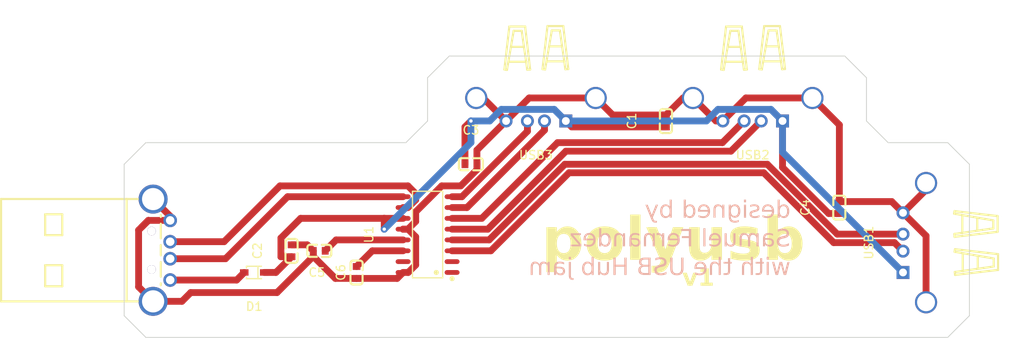
<source format=kicad_pcb>
(kicad_pcb (version 20221018) (generator pcbnew)
  (title_block (title "PolyUSB") (date "2023-12-31") (rev "1"))
  (layers (0 "F.Cu" signal) (31 "B.Cu" signal) (34 "B.Paste" user) (35 "F.Paste" user) (36 "B.SilkS" user "B.Silkscreen") (37 "F.SilkS" user "F.Silkscreen") (38 "B.Mask" user) (39 "F.Mask" user) (44 "Edge.Cuts" user))
  (net 0 "")
  (net 1 "GND")
  (net 2 "VCC")
  (net 3 "Net-(U1-VDD33)")
  (net 4 "Net-(U1-VDD18)")
  (net 5 "Net-(D1-A)")
  (net 8 "Net-(U1-DM3)")
  (net 9 "Net-(U1-DP3)")
  (net 10 "Net-(U1-DM2)")
  (net 11 "Net-(U1-DP2)")
  (net 12 "Net-(U1-DM1)")
  (net 13 "Net-(U1-DP1)")
  (net 15 "Net-(U1-DP)")
  (net 16 "Net-(U1-DM)")
  (footprint "easyeda2kicad:C0603" (layer "F.Cu") (at 198.12 99.06 90)
    (fp_text reference "C4" (at 0 -4 90) (layer "F.SilkS"))
    (fp_text value "CL10A106KP8NNNC" hide)
    (fp_line (start -1.41 -0.41) (end -1.41 0.39) (stroke (width 0.25)) (layer "F.SilkS"))
    (fp_line (start -0.3 -0.72) (end -1.1 -0.72) (stroke (width 0.25)) (layer "F.SilkS"))
    (fp_line (start -0.3 0.7) (end -1.1 0.7) (stroke (width 0.25)) (layer "F.SilkS"))
    (fp_line (start 0.28 -0.71) (end 1.08 -0.71) (stroke (width 0.25)) (layer "F.SilkS"))
    (fp_line (start 0.28 0.71) (end 1.08 0.71) (stroke (width 0.25)) (layer "F.SilkS"))
    (fp_line (start 1.39 -0.4) (end 1.39 0.4) (stroke (width 0.25)) (layer "F.SilkS"))
    (fp_arc (start -1.41 -0.41) (mid -1.319203 -0.629203) (end -1.1 -0.72) (stroke (width 0.25)) (layer "F.SilkS"))
    (fp_arc (start -1.1 0.7) (mid -1.319203 0.609203) (end -1.41 0.39) (stroke (width 0.25)) (layer "F.SilkS"))
    (fp_arc (start 1.08 -0.71) (mid 1.299203 -0.619203) (end 1.39 -0.4) (stroke (width 0.25)) (layer "F.SilkS"))
    (fp_arc (start 1.39 0.4) (mid 1.299203 0.619203) (end 1.08 0.71) (stroke (width 0.25)) (layer "F.SilkS"))
    (pad "1" smd rect (at -0.7 0 90) (size 0.8 0.9) (layers "F.Cu" "F.Paste" "F.Mask") (net 2 "VCC"))
    (pad "2" smd rect (at 0.7 0 90) (size 0.8 0.9) (layers "F.Cu" "F.Paste" "F.Mask") (net 1 "GND"))
  )
  (footprint "easyeda2kicad:USB-A-TH_C46407" (layer "F.Cu") (at 187.96 87.55 180)
    (fp_text reference "USB2" (at 0 -5.35) (layer "F.SilkS"))
    (fp_text value "USB-AF-90-14.4X13.6-H7.0-DIP" hide)
    (fp_line (start -3.79 4.75) (end -3.2 9.79) (stroke (width 0.25)) (layer "F.SilkS"))
    (fp_line (start -3.45 4.72) (end -3.79 4.75) (stroke (width 0.25)) (layer "F.SilkS"))
    (fp_line (start -3.36 5.65) (end -1.27 5.65) (stroke (width 0.25)) (layer "F.SilkS"))
    (fp_line (start -3.2 9.79) (end -1.35 9.79) (stroke (width 0.25)) (layer "F.SilkS"))
    (fp_line (start -3.03 7.41) (end -1.58 7.41) (stroke (width 0.25)) (layer "F.SilkS"))
    (fp_line (start -2.8 9.28) (end -3.45 4.72) (stroke (width 0.25)) (layer "F.SilkS"))
    (fp_line (start -1.86 9.28) (end -2.8 9.28) (stroke (width 0.25)) (layer "F.SilkS"))
    (fp_line (start -1.35 9.79) (end -0.77 4.74) (stroke (width 0.25)) (layer "F.SilkS"))
    (fp_line (start -1.07 4.69) (end -1.86 9.28) (stroke (width 0.25)) (layer "F.SilkS"))
    (fp_line (start -0.77 4.74) (end -1.07 4.69) (stroke (width 0.25)) (layer "F.SilkS"))
    (fp_line (start 0.68 4.69) (end 1.02 4.67) (stroke (width 0.25)) (layer "F.SilkS"))
    (fp_line (start 1.02 4.67) (end 1.67 9.23) (stroke (width 0.25)) (layer "F.SilkS"))
    (fp_line (start 1.11 5.6) (end 3.2 5.6) (stroke (width 0.25)) (layer "F.SilkS"))
    (fp_line (start 1.27 9.74) (end 0.68 4.69) (stroke (width 0.25)) (layer "F.SilkS"))
    (fp_line (start 1.44 7.35) (end 2.89 7.35) (stroke (width 0.25)) (layer "F.SilkS"))
    (fp_line (start 1.67 9.23) (end 2.61 9.23) (stroke (width 0.25)) (layer "F.SilkS"))
    (fp_line (start 2.61 9.23) (end 3.4 4.64) (stroke (width 0.25)) (layer "F.SilkS"))
    (fp_line (start 3.12 9.74) (end 1.27 9.74) (stroke (width 0.25)) (layer "F.SilkS"))
    (fp_line (start 3.4 4.64) (end 3.7 4.69) (stroke (width 0.25)) (layer "F.SilkS"))
    (fp_line (start 3.7 4.69) (end 3.12 9.74) (stroke (width 0.25)) (layer "F.SilkS"))
    (pad "1" thru_hole rect (at -3.5 -1.35 180) (size 1.52 1.52) (drill 0.919988) (layers "*.Cu" "*.Mask") (net 2 "VCC"))
    (pad "2" thru_hole circle (at -1 -1.35 180) (size 1.52 1.52) (drill 0.919988) (layers "*.Cu" "*.Mask") (net 10 "Net-(U1-DM2)"))
    (pad "3" thru_hole circle (at 1 -1.35 180) (size 1.52 1.52) (drill 0.919988) (layers "*.Cu" "*.Mask") (net 11 "Net-(U1-DP2)"))
    (pad "4" thru_hole circle (at 3.5 -1.35 180) (size 1.52 1.52) (drill 0.919988) (layers "*.Cu" "*.Mask") (net 1 "GND"))
    (pad "5" thru_hole circle (at 7 1.35 180) (size 2.6 2.6) (drill 2.100021) (layers "*.Cu" "*.Mask") (net 1 "GND"))
    (pad "6" thru_hole circle (at -7 1.35 180) (size 2.6 2.6) (drill 2.100021) (layers "*.Cu" "*.Mask") (net 1 "GND"))
  )
  (footprint "easyeda2kicad:USB-A-TH_C46407" (layer "F.Cu") (at 162.56 87.55 180)
    (fp_text reference "USB3" (at 0 -5.35) (layer "F.SilkS"))
    (fp_text value "USB-AF-90-14.4X13.6-H7.0-DIP" hide)
    (fp_line (start -3.79 4.75) (end -3.2 9.79) (stroke (width 0.25)) (layer "F.SilkS"))
    (fp_line (start -3.45 4.72) (end -3.79 4.75) (stroke (width 0.25)) (layer "F.SilkS"))
    (fp_line (start -3.36 5.65) (end -1.27 5.65) (stroke (width 0.25)) (layer "F.SilkS"))
    (fp_line (start -3.2 9.79) (end -1.35 9.79) (stroke (width 0.25)) (layer "F.SilkS"))
    (fp_line (start -3.03 7.41) (end -1.58 7.41) (stroke (width 0.25)) (layer "F.SilkS"))
    (fp_line (start -2.8 9.28) (end -3.45 4.72) (stroke (width 0.25)) (layer "F.SilkS"))
    (fp_line (start -1.86 9.28) (end -2.8 9.28) (stroke (width 0.25)) (layer "F.SilkS"))
    (fp_line (start -1.35 9.79) (end -0.77 4.74) (stroke (width 0.25)) (layer "F.SilkS"))
    (fp_line (start -1.07 4.69) (end -1.86 9.28) (stroke (width 0.25)) (layer "F.SilkS"))
    (fp_line (start -0.77 4.74) (end -1.07 4.69) (stroke (width 0.25)) (layer "F.SilkS"))
    (fp_line (start 0.68 4.69) (end 1.02 4.67) (stroke (width 0.25)) (layer "F.SilkS"))
    (fp_line (start 1.02 4.67) (end 1.67 9.23) (stroke (width 0.25)) (layer "F.SilkS"))
    (fp_line (start 1.11 5.6) (end 3.2 5.6) (stroke (width 0.25)) (layer "F.SilkS"))
    (fp_line (start 1.27 9.74) (end 0.68 4.69) (stroke (width 0.25)) (layer "F.SilkS"))
    (fp_line (start 1.44 7.35) (end 2.89 7.35) (stroke (width 0.25)) (layer "F.SilkS"))
    (fp_line (start 1.67 9.23) (end 2.61 9.23) (stroke (width 0.25)) (layer "F.SilkS"))
    (fp_line (start 2.61 9.23) (end 3.4 4.64) (stroke (width 0.25)) (layer "F.SilkS"))
    (fp_line (start 3.12 9.74) (end 1.27 9.74) (stroke (width 0.25)) (layer "F.SilkS"))
    (fp_line (start 3.4 4.64) (end 3.7 4.69) (stroke (width 0.25)) (layer "F.SilkS"))
    (fp_line (start 3.7 4.69) (end 3.12 9.74) (stroke (width 0.25)) (layer "F.SilkS"))
    (pad "1" thru_hole rect (at -3.5 -1.35 180) (size 1.52 1.52) (drill 0.919988) (layers "*.Cu" "*.Mask") (net 2 "VCC"))
    (pad "2" thru_hole circle (at -1 -1.35 180) (size 1.52 1.52) (drill 0.919988) (layers "*.Cu" "*.Mask") (net 12 "Net-(U1-DM1)"))
    (pad "3" thru_hole circle (at 1 -1.35 180) (size 1.52 1.52) (drill 0.919988) (layers "*.Cu" "*.Mask") (net 13 "Net-(U1-DP1)"))
    (pad "4" thru_hole circle (at 3.5 -1.35 180) (size 1.52 1.52) (drill 0.919988) (layers "*.Cu" "*.Mask") (net 1 "GND"))
    (pad "5" thru_hole circle (at 7 1.35 180) (size 2.6 2.6) (drill 2.100021) (layers "*.Cu" "*.Mask") (net 1 "GND"))
    (pad "6" thru_hole circle (at -7 1.35 180) (size 2.6 2.6) (drill 2.100021) (layers "*.Cu" "*.Mask") (net 1 "GND"))
  )
  (footprint "easyeda2kicad:C0603" (layer "F.Cu") (at 141.54 106.68 90)
    (fp_text reference "C6" (at 0 -1.84 90) (layer "F.SilkS"))
    (fp_text value "CL10A106KP8NNNC" hide)
    (fp_line (start -1.41 -0.41) (end -1.41 0.39) (stroke (width 0.25)) (layer "F.SilkS"))
    (fp_line (start -0.3 -0.72) (end -1.1 -0.72) (stroke (width 0.25)) (layer "F.SilkS"))
    (fp_line (start -0.3 0.7) (end -1.1 0.7) (stroke (width 0.25)) (layer "F.SilkS"))
    (fp_line (start 0.28 -0.71) (end 1.08 -0.71) (stroke (width 0.25)) (layer "F.SilkS"))
    (fp_line (start 0.28 0.71) (end 1.08 0.71) (stroke (width 0.25)) (layer "F.SilkS"))
    (fp_line (start 1.39 -0.4) (end 1.39 0.4) (stroke (width 0.25)) (layer "F.SilkS"))
    (fp_arc (start -1.41 -0.41) (mid -1.319203 -0.629203) (end -1.1 -0.72) (stroke (width 0.25)) (layer "F.SilkS"))
    (fp_arc (start -1.1 0.7) (mid -1.319203 0.609203) (end -1.41 0.39) (stroke (width 0.25)) (layer "F.SilkS"))
    (fp_arc (start 1.08 -0.71) (mid 1.299203 -0.619203) (end 1.39 -0.4) (stroke (width 0.25)) (layer "F.SilkS"))
    (fp_arc (start 1.39 0.4) (mid 1.299203 0.619203) (end 1.08 0.71) (stroke (width 0.25)) (layer "F.SilkS"))
    (pad "1" smd rect (at -0.7 0 90) (size 0.8 0.9) (layers "F.Cu" "F.Paste" "F.Mask") (net 1 "GND"))
    (pad "2" smd rect (at 0.7 0 90) (size 0.8 0.9) (layers "F.Cu" "F.Paste" "F.Mask") (net 4 "Net-(U1-VDD18)"))
  )
  (footprint "easyeda2kicad:USB-A-TH_C46407" (layer "F.Cu") (at 206.93 103.18 90)
    (fp_text reference "USB1" (at 0 -5.35 90) (layer "F.SilkS"))
    (fp_text value "USB-AF-90-14.4X13.6-H7.0-DIP" hide)
    (fp_line (start -3.79 4.75) (end -3.2 9.79) (stroke (width 0.25)) (layer "F.SilkS"))
    (fp_line (start -3.45 4.72) (end -3.79 4.75) (stroke (width 0.25)) (layer "F.SilkS"))
    (fp_line (start -3.36 5.65) (end -1.27 5.65) (stroke (width 0.25)) (layer "F.SilkS"))
    (fp_line (start -3.2 9.79) (end -1.35 9.79) (stroke (width 0.25)) (layer "F.SilkS"))
    (fp_line (start -3.03 7.41) (end -1.58 7.41) (stroke (width 0.25)) (layer "F.SilkS"))
    (fp_line (start -2.8 9.28) (end -3.45 4.72) (stroke (width 0.25)) (layer "F.SilkS"))
    (fp_line (start -1.86 9.28) (end -2.8 9.28) (stroke (width 0.25)) (layer "F.SilkS"))
    (fp_line (start -1.35 9.79) (end -0.77 4.74) (stroke (width 0.25)) (layer "F.SilkS"))
    (fp_line (start -1.07 4.69) (end -1.86 9.28) (stroke (width 0.25)) (layer "F.SilkS"))
    (fp_line (start -0.77 4.74) (end -1.07 4.69) (stroke (width 0.25)) (layer "F.SilkS"))
    (fp_line (start 0.68 4.69) (end 1.02 4.67) (stroke (width 0.25)) (layer "F.SilkS"))
    (fp_line (start 1.02 4.67) (end 1.67 9.23) (stroke (width 0.25)) (layer "F.SilkS"))
    (fp_line (start 1.11 5.6) (end 3.2 5.6) (stroke (width 0.25)) (layer "F.SilkS"))
    (fp_line (start 1.27 9.74) (end 0.68 4.69) (stroke (width 0.25)) (layer "F.SilkS"))
    (fp_line (start 1.44 7.35) (end 2.89 7.35) (stroke (width 0.25)) (layer "F.SilkS"))
    (fp_line (start 1.67 9.23) (end 2.61 9.23) (stroke (width 0.25)) (layer "F.SilkS"))
    (fp_line (start 2.61 9.23) (end 3.4 4.64) (stroke (width 0.25)) (layer "F.SilkS"))
    (fp_line (start 3.12 9.74) (end 1.27 9.74) (stroke (width 0.25)) (layer "F.SilkS"))
    (fp_line (start 3.4 4.64) (end 3.7 4.69) (stroke (width 0.25)) (layer "F.SilkS"))
    (fp_line (start 3.7 4.69) (end 3.12 9.74) (stroke (width 0.25)) (layer "F.SilkS"))
    (pad "1" thru_hole rect (at -3.5 -1.35 90) (size 1.52 1.52) (drill 0.919988) (layers "*.Cu" "*.Mask") (net 2 "VCC"))
    (pad "2" thru_hole circle (at -1 -1.35 90) (size 1.52 1.52) (drill 0.919988) (layers "*.Cu" "*.Mask") (net 8 "Net-(U1-DM3)"))
    (pad "3" thru_hole circle (at 1 -1.35 90) (size 1.52 1.52) (drill 0.919988) (layers "*.Cu" "*.Mask") (net 9 "Net-(U1-DP3)"))
    (pad "4" thru_hole circle (at 3.5 -1.35 90) (size 1.52 1.52) (drill 0.919988) (layers "*.Cu" "*.Mask") (net 1 "GND"))
    (pad "5" thru_hole circle (at 7 1.35 90) (size 2.6 2.6) (drill 2.100021) (layers "*.Cu" "*.Mask") (net 1 "GND"))
    (pad "6" thru_hole circle (at -7 1.35 90) (size 2.6 2.6) (drill 2.100021) (layers "*.Cu" "*.Mask") (net 1 "GND"))
  )
  (footprint "easyeda2kicad:C0603" (layer "F.Cu") (at 177.8 88.9 90)
    (fp_text reference "C1" (at 0 -4 90) (layer "F.SilkS"))
    (fp_text value "CL10A106KP8NNNC" hide)
    (fp_line (start -1.41 -0.41) (end -1.41 0.39) (stroke (width 0.25)) (layer "F.SilkS"))
    (fp_line (start -0.3 -0.72) (end -1.1 -0.72) (stroke (width 0.25)) (layer "F.SilkS"))
    (fp_line (start -0.3 0.7) (end -1.1 0.7) (stroke (width 0.25)) (layer "F.SilkS"))
    (fp_line (start 0.28 -0.71) (end 1.08 -0.71) (stroke (width 0.25)) (layer "F.SilkS"))
    (fp_line (start 0.28 0.71) (end 1.08 0.71) (stroke (width 0.25)) (layer "F.SilkS"))
    (fp_line (start 1.39 -0.4) (end 1.39 0.4) (stroke (width 0.25)) (layer "F.SilkS"))
    (fp_arc (start -1.41 -0.41) (mid -1.319203 -0.629203) (end -1.1 -0.72) (stroke (width 0.25)) (layer "F.SilkS"))
    (fp_arc (start -1.1 0.7) (mid -1.319203 0.609203) (end -1.41 0.39) (stroke (width 0.25)) (layer "F.SilkS"))
    (fp_arc (start 1.08 -0.71) (mid 1.299203 -0.619203) (end 1.39 -0.4) (stroke (width 0.25)) (layer "F.SilkS"))
    (fp_arc (start 1.39 0.4) (mid 1.299203 0.619203) (end 1.08 0.71) (stroke (width 0.25)) (layer "F.SilkS"))
    (pad "1" smd rect (at -0.7 0 90) (size 0.8 0.9) (layers "F.Cu" "F.Paste" "F.Mask") (net 2 "VCC"))
    (pad "2" smd rect (at 0.7 0 90) (size 0.8 0.9) (layers "F.Cu" "F.Paste" "F.Mask") (net 1 "GND"))
  )
  (footprint "easyeda2kicad:SOP-16_L10.0-W3.9-P1.27-LS6.0-BL" (layer "F.Cu") (at 149.86 102.23 90)
    (fp_text reference "U1" (at 0 -6.87 90) (layer "F.SilkS"))
    (fp_text value "SL2.1A" hide)
    (fp_line (start -5.08 -1.77) (end 5.08 -1.77) (stroke (width 0.15)) (layer "F.SilkS"))
    (fp_line (start -5.08 1.77) (end -5.08 -1.77) (stroke (width 0.15)) (layer "F.SilkS"))
    (fp_line (start 5.08 -1.77) (end 5.08 1.77) (stroke (width 0.15)) (layer "F.SilkS"))
    (fp_line (start 5.08 1.77) (end -5.08 1.77) (stroke (width 0.15)) (layer "F.SilkS"))
    (fp_circle (center -5.18 2.87) (end -5.03 2.87) (stroke (width 0.3)) (fill none) (layer "F.SilkS"))
    (fp_circle (center -4.45 1.02) (end -4.3 1.02) (stroke (width 0.3)) (fill none) (layer "F.SilkS"))
    (pad "1" smd oval (at -4.45 2.87 90) (size 0.56 1.75) (layers "F.Cu" "F.Paste" "F.Mask"))
    (pad "2" smd oval (at -3.18 2.87 90) (size 0.56 1.75) (layers "F.Cu" "F.Paste" "F.Mask"))
    (pad "3" smd oval (at -1.91 2.87 90) (size 0.56 1.75) (layers "F.Cu" "F.Paste" "F.Mask") (net 8 "Net-(U1-DM3)"))
    (pad "4" smd oval (at -0.63 2.87 90) (size 0.56 1.75) (layers "F.Cu" "F.Paste" "F.Mask") (net 9 "Net-(U1-DP3)"))
    (pad "5" smd oval (at 0.63 2.87 90) (size 0.56 1.75) (layers "F.Cu" "F.Paste" "F.Mask") (net 10 "Net-(U1-DM2)"))
    (pad "6" smd oval (at 1.9 2.87 90) (size 0.56 1.75) (layers "F.Cu" "F.Paste" "F.Mask") (net 11 "Net-(U1-DP2)"))
    (pad "7" smd oval (at 3.17 2.87 90) (size 0.56 1.75) (layers "F.Cu" "F.Paste" "F.Mask") (net 12 "Net-(U1-DM1)"))
    (pad "8" smd oval (at 4.44 2.87 90) (size 0.56 1.75) (layers "F.Cu" "F.Paste" "F.Mask") (net 13 "Net-(U1-DP1)"))
    (pad "9" smd oval (at 4.44 -2.87 90) (size 0.56 1.75) (layers "F.Cu" "F.Paste" "F.Mask") (net 16 "Net-(U1-DM)"))
    (pad "10" smd oval (at 3.17 -2.87 90) (size 0.56 1.75) (layers "F.Cu" "F.Paste" "F.Mask") (net 15 "Net-(U1-DP)"))
    (pad "11" smd oval (at 1.9 -2.87 90) (size 0.56 1.75) (layers "F.Cu" "F.Paste" "F.Mask") (net 2 "VCC"))
    (pad "12" smd oval (at 0.63 -2.87 90) (size 0.56 1.75) (layers "F.Cu" "F.Paste" "F.Mask") (net 1 "GND"))
    (pad "13" smd oval (at -0.63 -2.87 90) (size 0.56 1.75) (layers "F.Cu" "F.Paste" "F.Mask") (net 3 "Net-(U1-VDD33)"))
    (pad "14" smd oval (at -1.91 -2.87 90) (size 0.56 1.75) (layers "F.Cu" "F.Paste" "F.Mask") (net 4 "Net-(U1-VDD18)"))
    (pad "15" smd oval (at -3.18 -2.87 90) (size 0.56 1.75) (layers "F.Cu" "F.Paste" "F.Mask"))
    (pad "16" smd oval (at -4.45 -2.87 90) (size 0.56 1.75) (layers "F.Cu" "F.Paste" "F.Mask") (net 1 "GND"))
  )
  (footprint "easyeda2kicad:USB-AM-TH_AM90" (layer "F.Cu") (at 118.69 104.07 -90)
    (fp_text reference "USB-MAIN1" hide)
    (fp_text value "AM90")
    (fp_line (start -6.01 4.1) (end 6 4.1) (stroke (width 0.25)) (layer "F.SilkS"))
    (fp_line (start -6.01 18.82) (end -6.01 2.79) (stroke (width 0.25)) (layer "F.SilkS"))
    (fp_line (start -4.22 11.65) (end -1.77 11.65) (stroke (width 0.25)) (layer "F.SilkS"))
    (fp_line (start -4.22 13.65) (end -4.22 11.65) (stroke (width 0.25)) (layer "F.SilkS"))
    (fp_line (start -4.12 0.1) (end -3.9 0.1) (stroke (width 0.25)) (layer "F.SilkS"))
    (fp_line (start -3.11 0.1) (end -1.4 0.1) (stroke (width 0.25)) (layer "F.SilkS"))
    (fp_line (start -1.77 13.65) (end -4.22 13.65) (stroke (width 0.25)) (layer "F.SilkS"))
    (fp_line (start -1.77 13.65) (end -1.77 11.65) (stroke (width 0.25)) (layer "F.SilkS"))
    (fp_line (start -0.61 0.1) (end 0.6 0.1) (stroke (width 0.25)) (layer "F.SilkS"))
    (fp_line (start 1.39 0.1) (end 3.1 0.1) (stroke (width 0.25)) (layer "F.SilkS"))
    (fp_line (start 1.76 13.65) (end 1.76 11.65) (stroke (width 0.25)) (layer "F.SilkS"))
    (fp_line (start 1.76 13.65) (end 4.23 13.65) (stroke (width 0.25)) (layer "F.SilkS"))
    (fp_line (start 3.89 0.1) (end 4.11 0.1) (stroke (width 0.25)) (layer "F.SilkS"))
    (fp_line (start 4.23 11.65) (end 1.76 11.65) (stroke (width 0.25)) (layer "F.SilkS"))
    (fp_line (start 4.23 13.65) (end 4.23 11.65) (stroke (width 0.25)) (layer "F.SilkS"))
    (fp_line (start 6 18.82) (end -6.01 18.82) (stroke (width 0.25)) (layer "F.SilkS"))
    (fp_line (start 6 18.82) (end 6 2.8) (stroke (width 0.25)) (layer "F.SilkS"))
    (pad "" thru_hole circle (at -2.25 1.18 270) (size 1 1) (drill 1) (layers "*.Cu" "*.Mask"))
    (pad "" thru_hole circle (at 2.25 1.18 270) (size 1 1) (drill 1) (layers "*.Cu" "*.Mask"))
    (pad "1" thru_hole circle (at 3.5 -1 180) (size 1.6 1.6) (drill 0.999998) (layers "*.Cu" "*.Mask") (net 5 "Net-(D1-A)"))
    (pad "2" thru_hole circle (at 1 -1 180) (size 1.6 1.6) (drill 0.999998) (layers "*.Cu" "*.Mask") (net 16 "Net-(U1-DM)"))
    (pad "3" thru_hole circle (at -1 -1 180) (size 1.6 1.6) (drill 0.999998) (layers "*.Cu" "*.Mask") (net 15 "Net-(U1-DP)"))
    (pad "4" thru_hole circle (at -3.5 -1 180) (size 1.6 1.6) (drill 0.999998) (layers "*.Cu" "*.Mask") (net 1 "GND"))
    (pad "MH1" thru_hole circle (at 6 1 180) (size 3.4 3.4) (drill 2.599995) (layers "*.Cu" "*.Mask") (net 1 "GND"))
    (pad "MH2" thru_hole circle (at -6 1 180) (size 3.4 3.4) (drill 2.599995) (layers "*.Cu" "*.Mask") (net 1 "GND"))
  )
  (footprint "easyeda2kicad:C0603" (layer "F.Cu") (at 133.92 104.14 90)
    (fp_text reference "C2" (at 0 -4 90) (layer "F.SilkS"))
    (fp_text value "CL10A106KP8NNNC" hide)
    (fp_line (start -1.41 -0.41) (end -1.41 0.39) (stroke (width 0.25)) (layer "F.SilkS"))
    (fp_line (start -0.3 -0.72) (end -1.1 -0.72) (stroke (width 0.25)) (layer "F.SilkS"))
    (fp_line (start -0.3 0.7) (end -1.1 0.7) (stroke (width 0.25)) (layer "F.SilkS"))
    (fp_line (start 0.28 -0.71) (end 1.08 -0.71) (stroke (width 0.25)) (layer "F.SilkS"))
    (fp_line (start 0.28 0.71) (end 1.08 0.71) (stroke (width 0.25)) (layer "F.SilkS"))
    (fp_line (start 1.39 -0.4) (end 1.39 0.4) (stroke (width 0.25)) (layer "F.SilkS"))
    (fp_arc (start -1.41 -0.41) (mid -1.319203 -0.629203) (end -1.1 -0.72) (stroke (width 0.25)) (layer "F.SilkS"))
    (fp_arc (start -1.1 0.7) (mid -1.319203 0.609203) (end -1.41 0.39) (stroke (width 0.25)) (layer "F.SilkS"))
    (fp_arc (start 1.08 -0.71) (mid 1.299203 -0.619203) (end 1.39 -0.4) (stroke (width 0.25)) (layer "F.SilkS"))
    (fp_arc (start 1.39 0.4) (mid 1.299203 0.619203) (end 1.08 0.71) (stroke (width 0.25)) (layer "F.SilkS"))
    (pad "1" smd rect (at -0.7 0 90) (size 0.8 0.9) (layers "F.Cu" "F.Paste" "F.Mask") (net 2 "VCC"))
    (pad "2" smd rect (at 0.7 0 90) (size 0.8 0.9) (layers "F.Cu" "F.Paste" "F.Mask") (net 1 "GND"))
  )
  (footprint "easyeda2kicad:SOD-323_L1.8-W1.3-LS2.5-RD" (layer "F.Cu") (at 129.54 106.68 180)
    (fp_text reference "D1" (at 0 -4) (layer "F.SilkS"))
    (fp_text value "NSR0320MW2T1G" hide)
    (fp_line (start -0.85 -0.73) (end 0.91 -0.73) (stroke (width 0.15)) (layer "F.SilkS"))
    (fp_line (start -0.85 0.73) (end 0.91 0.73) (stroke (width 0.15)) (layer "F.SilkS"))
    (fp_line (start -0.44 -0.73) (end -0.44 0.73) (stroke (width 0.15)) (layer "F.SilkS"))
    (fp_line (start 0.91 -0.73) (end 0.91 -0.53) (stroke (width 0.15)) (layer "F.SilkS"))
    (fp_line (start 0.91 0.73) (end 0.91 0.52) (stroke (width 0.15)) (layer "F.SilkS"))
    (pad "1" smd rect (at -1.17 0 180) (size 1 0.75) (layers "F.Cu" "F.Paste" "F.Mask") (net 2 "VCC"))
    (pad "2" smd rect (at 1.17 0 180) (size 1 0.75) (layers "F.Cu" "F.Paste" "F.Mask") (net 5 "Net-(D1-A)"))
  )
  (footprint "easyeda2kicad:C0603" (layer "F.Cu") (at 154.94 93.98)
    (fp_text reference "C3" (at 0 -4) (layer "F.SilkS"))
    (fp_text value "CL10A106KP8NNNC" hide)
    (fp_line (start -1.41 -0.41) (end -1.41 0.39) (stroke (width 0.25)) (layer "F.SilkS"))
    (fp_line (start -0.3 -0.72) (end -1.1 -0.72) (stroke (width 0.25)) (layer "F.SilkS"))
    (fp_line (start -0.3 0.7) (end -1.1 0.7) (stroke (width 0.25)) (layer "F.SilkS"))
    (fp_line (start 0.28 -0.71) (end 1.08 -0.71) (stroke (width 0.25)) (layer "F.SilkS"))
    (fp_line (start 0.28 0.71) (end 1.08 0.71) (stroke (width 0.25)) (layer "F.SilkS"))
    (fp_line (start 1.39 -0.4) (end 1.39 0.4) (stroke (width 0.25)) (layer "F.SilkS"))
    (fp_arc (start -1.41 -0.41) (mid -1.319203 -0.629203) (end -1.1 -0.72) (stroke (width 0.25)) (layer "F.SilkS"))
    (fp_arc (start -1.1 0.7) (mid -1.319203 0.609203) (end -1.41 0.39) (stroke (width 0.25)) (layer "F.SilkS"))
    (fp_arc (start 1.08 -0.71) (mid 1.299203 -0.619203) (end 1.39 -0.4) (stroke (width 0.25)) (layer "F.SilkS"))
    (fp_arc (start 1.39 0.4) (mid 1.299203 0.619203) (end 1.08 0.71) (stroke (width 0.25)) (layer "F.SilkS"))
    (pad "1" smd rect (at -0.7 0) (size 0.8 0.9) (layers "F.Cu" "F.Paste" "F.Mask") (net 2 "VCC"))
    (pad "2" smd rect (at 0.7 0) (size 0.8 0.9) (layers "F.Cu" "F.Paste" "F.Mask") (net 1 "GND"))
  )
  (footprint "easyeda2kicad:C0603" (layer "F.Cu") (at 137.16 104.14 180)
    (fp_text reference "C5" (at 0.28 -2.54) (layer "F.SilkS"))
    (fp_text value "CL10A106KP8NNNC" hide)
    (fp_line (start -1.41 -0.41) (end -1.41 0.39) (stroke (width 0.25)) (layer "F.SilkS"))
    (fp_line (start -0.3 -0.72) (end -1.1 -0.72) (stroke (width 0.25)) (layer "F.SilkS"))
    (fp_line (start -0.3 0.7) (end -1.1 0.7) (stroke (width 0.25)) (layer "F.SilkS"))
    (fp_line (start 0.28 -0.71) (end 1.08 -0.71) (stroke (width 0.25)) (layer "F.SilkS"))
    (fp_line (start 0.28 0.71) (end 1.08 0.71) (stroke (width 0.25)) (layer "F.SilkS"))
    (fp_line (start 1.39 -0.4) (end 1.39 0.4) (stroke (width 0.25)) (layer "F.SilkS"))
    (fp_arc (start -1.41 -0.41) (mid -1.319203 -0.629203) (end -1.1 -0.72) (stroke (width 0.25)) (layer "F.SilkS"))
    (fp_arc (start -1.1 0.7) (mid -1.319203 0.609203) (end -1.41 0.39) (stroke (width 0.25)) (layer "F.SilkS"))
    (fp_arc (start 1.08 -0.71) (mid 1.299203 -0.619203) (end 1.39 -0.4) (stroke (width 0.25)) (layer "F.SilkS"))
    (fp_arc (start 1.39 0.4) (mid 1.299203 0.619203) (end 1.08 0.71) (stroke (width 0.25)) (layer "F.SilkS"))
    (pad "1" smd rect (at -0.7 0 180) (size 0.8 0.9) (layers "F.Cu" "F.Paste" "F.Mask") (net 3 "Net-(U1-VDD33)"))
    (pad "2" smd rect (at 0.7 0 180) (size 0.8 0.9) (layers "F.Cu" "F.Paste" "F.Mask") (net 1 "GND"))
  )
  (gr_line (start 213.36 111.76) (end 213.36 93.98) (stroke (width 0.1)) (layer "Edge.Cuts"))
  (gr_line (start 149.86 83.82) (end 149.86 88.9) (stroke (width 0.1)) (layer "Edge.Cuts"))
  (gr_line (start 116.84 114.3) (end 114.3 111.76) (stroke (width 0.1)) (layer "Edge.Cuts"))
  (gr_line (start 201.295 83.82) (end 198.755 81.28) (stroke (width 0.1)) (layer "Edge.Cuts"))
  (gr_line (start 116.84 114.3) (end 116.84 114.3) (stroke (width 0.1)) (layer "Edge.Cuts"))
  (gr_line (start 116.84 91.44) (end 114.3 93.98) (stroke (width 0.1)) (layer "Edge.Cuts"))
  (gr_line (start 147.32 91.44) (end 116.84 91.44) (stroke (width 0.1)) (layer "Edge.Cuts"))
  (gr_line (start 149.86 88.9) (end 147.32 91.44) (stroke (width 0.1)) (layer "Edge.Cuts"))
  (gr_line (start 201.295 88.9) (end 201.295 83.82) (stroke (width 0.1)) (layer "Edge.Cuts"))
  (gr_line (start 198.755 81.28) (end 152.4 81.28) (stroke (width 0.1)) (layer "Edge.Cuts"))
  (gr_line (start 114.3 93.98) (end 114.3 111.76) (stroke (width 0.1)) (layer "Edge.Cuts"))
  (gr_line (start 116.84 114.3) (end 210.82 114.3) (stroke (width 0.1)) (layer "Edge.Cuts"))
  (gr_line (start 210.82 91.44) (end 213.36 93.98) (stroke (width 0.1)) (layer "Edge.Cuts"))
  (gr_line (start 149.86 88.9) (end 149.86 88.9) (stroke (width 0.1)) (layer "Edge.Cuts"))
  (gr_line (start 210.82 114.3) (end 213.36 111.76) (stroke (width 0.1)) (layer "Edge.Cuts"))
  (gr_line (start 201.295 88.9) (end 203.835 91.44) (stroke (width 0.1)) (layer "Edge.Cuts"))
  (gr_line (start 152.4 81.28) (end 149.86 83.82) (stroke (width 0.1)) (layer "Edge.Cuts"))
  (gr_line (start 210.82 91.44) (end 203.835 91.44) (stroke (width 0.1)) (layer "Edge.Cuts"))
  (gr_text "designed by\nSamuel Fernandez\nwith the USB Hub jam" (at 192.405 107.315) (layer "B.SilkS") (effects (font (size 2 2)) (justify left bottom mirror)))
  (gr_text "v1" (at 179.705 108.585) (layer "F.SilkS") (effects (font (size 2 2) (thickness 0.2) bold) (justify left bottom)))
  (gr_text "polyusb" (at 163.195 106.045) (layer "F.SilkS") (effects (font (size 5 5) (thickness 0.2) bold) (justify left bottom)))
  (segment (start 155.56 86.2) (end 156.36 86.2) (width 0.8) (layer "F.Cu") (net 1))
  (segment (start 141.54 107.38) (end 146.29 107.38) (width 0.8) (layer "F.Cu") (net 1))
  (segment (start 148.465 99.568722) (end 148.465 100.694508) (width 0.8) (layer "F.Cu") (net 1))
  (segment (start 121.07 110.07) (end 122.1 109.04) (width 0.8) (layer "F.Cu") (net 1))
  (segment (start 119.69 100.57) (end 117.133654 100.57) (width 0.8) (layer "F.Cu") (net 1))
  (segment (start 161.76 86.2) (end 159.06 88.9) (width 0.8) (layer "F.Cu") (net 1))
  (segment (start 117.69 110.07) (end 115.99 108.37) (width 0.8) (layer "F.Cu") (net 1))
  (segment (start 194.96 86.2) (end 187.16 86.2) (width 0.8) (layer "F.Cu") (net 1))
  (segment (start 146.99 106.68) (end 147.585 106.68) (width 0.8) (layer "F.Cu") (net 1))
  (segment (start 115.99 101.713654) (end 117.133654 100.57) (width 0.8) (layer "F.Cu") (net 1))
  (segment (start 156.36 86.2) (end 159.06 88.9) (width 0.8) (layer "F.Cu") (net 1))
  (segment (start 155.64 92.32) (end 159.06 88.9) (width 0.8) (layer "F.Cu") (net 1))
  (segment (start 135.76 103.44) (end 136.46 104.14) (width 0.8) (layer "F.Cu") (net 1))
  (segment (start 198.12 98.36) (end 198.12 89.36) (width 0.8) (layer "F.Cu") (net 1))
  (segment (start 177.8 88.2) (end 171.56 88.2) (width 0.8) (layer "F.Cu") (net 1))
  (segment (start 187.16 86.2) (end 184.46 88.9) (width 0.8) (layer "F.Cu") (net 1))
  (segment (start 153.735786 96.52) (end 151.513722 96.52) (width 0.8) (layer "F.Cu") (net 1))
  (segment (start 141.54 107.38) (end 139.05 107.38) (width 0.8) (layer "F.Cu") (net 1))
  (segment (start 119.69 100.57) (end 119.69 100.07) (width 0.8) (layer "F.Cu") (net 1))
  (segment (start 136.46 104.79) (end 136.46 104.14) (width 0.8) (layer "F.Cu") (net 1))
  (segment (start 148.465 102.495492) (end 147.569508 101.6) (width 0.8) (layer "F.Cu") (net 1))
  (segment (start 132.21 109.04) (end 136.46 104.79) (width 0.8) (layer "F.Cu") (net 1))
  (segment (start 117.133654 100.57) (end 116.36 101.343654) (width 0.8) (layer "F.Cu") (net 1))
  (segment (start 204.26 98.36) (end 198.12 98.36) (width 0.8) (layer "F.Cu") (net 1))
  (segment (start 171.56 88.2) (end 169.56 86.2) (width 0.8) (layer "F.Cu") (net 1))
  (segment (start 146.99 101.6) (end 147.585 101.6) (width 0.8) (layer "F.Cu") (net 1))
  (segment (start 208.28 102.38) (end 205.58 99.68) (width 0.8) (layer "F.Cu") (net 1))
  (segment (start 147.559508 101.6) (end 146.99 101.6) (width 0.8) (layer "F.Cu") (net 1))
  (segment (start 117.69 110.07) (end 121.07 110.07) (width 0.8) (layer "F.Cu") (net 1))
  (segment (start 205.58 99.68) (end 204.26 98.36) (width 0.8) (layer "F.Cu") (net 1))
  (segment (start 139.05 107.38) (end 136.46 104.79) (width 0.8) (layer "F.Cu") (net 1))
  (segment (start 151.513722 96.52) (end 148.465 99.568722) (width 0.8) (layer "F.Cu") (net 1))
  (segment (start 180.96 86.2) (end 179.8 86.2) (width 0.8) (layer "F.Cu") (net 1))
  (segment (start 146.29 107.38) (end 146.99 106.68) (width 0.8) (layer "F.Cu") (net 1))
  (segment (start 148.465 100.694508) (end 147.559508 101.6) (width 0.8) (layer "F.Cu") (net 1))
  (segment (start 115.99 108.37) (end 115.99 101.713654) (width 0.8) (layer "F.Cu") (net 1))
  (segment (start 148.465 105.8) (end 148.465 102.495492) (width 0.8) (layer "F.Cu") (net 1))
  (segment (start 155.64 93.98) (end 155.64 92.32) (width 0.8) (layer "F.Cu") (net 1))
  (segment (start 133.92 103.44) (end 135.76 103.44) (width 0.8) (layer "F.Cu") (net 1))
  (segment (start 169.56 86.2) (end 161.76 86.2) (width 0.8) (layer "F.Cu") (net 1))
  (segment (start 208.28 96.98) (end 205.58 99.68) (width 0.8) (layer "F.Cu") (net 1))
  (segment (start 183.66 88.9) (end 180.96 86.2) (width 0.8) (layer "F.Cu") (net 1))
  (segment (start 122.1 109.04) (end 132.21 109.04) (width 0.8) (layer "F.Cu") (net 1))
  (segment (start 179.8 86.2) (end 177.8 88.2) (width 0.8) (layer "F.Cu") (net 1))
  (segment (start 208.28 110.18) (end 208.28 102.38) (width 0.8) (layer "F.Cu") (net 1))
  (segment (start 155.64 94.615786) (end 153.735786 96.52) (width 0.8) (layer "F.Cu") (net 1))
  (segment (start 198.12 89.36) (end 194.96 86.2) (width 0.8) (layer "F.Cu") (net 1))
  (segment (start 147.569508 101.6) (end 146.99 101.6) (width 0.8) (layer "F.Cu") (net 1))
  (segment (start 208.28 96.18) (end 208.28 96.98) (width 0.8) (layer "F.Cu") (net 1))
  (segment (start 155.64 93.98) (end 155.64 94.615786) (width 0.8) (layer "F.Cu") (net 1))
  (segment (start 184.46 88.9) (end 183.66 88.9) (width 0.8) (layer "F.Cu") (net 1))
  (segment (start 119.69 100.07) (end 117.69 98.07) (width 0.8) (layer "F.Cu") (net 1))
  (segment (start 147.585 106.68) (end 148.465 105.8) (width 0.8) (layer "F.Cu") (net 1))
  (segment (start 134.98 100.33) (end 144.78 100.33) (width 0.8) (layer "F.Cu") (net 2))
  (segment (start 132.08 106.68) (end 133.92 104.84) (width 0.8) (layer "F.Cu") (net 2))
  (segment (start 144.78 100.33) (end 144.78 101.6) (width 0.8) (layer "F.Cu") (net 2))
  (segment (start 154.24 89.6) (end 154.24 93.98) (width 0.8) (layer "F.Cu") (net 2))
  (segment (start 133.92 104.84) (end 132.67 104.84) (width 0.8) (layer "F.Cu") (net 2))
  (segment (start 191.46 94.35) (end 191.46 88.9) (width 0.8) (layer "F.Cu") (net 2))
  (segment (start 132.67 104.84) (end 132.67 102.64) (width 0.8) (layer "F.Cu") (net 2))
  (segment (start 154.94 88.9) (end 154.24 89.6) (width 0.8) (layer "F.Cu") (net 2))
  (segment (start 177.8 89.6) (end 166.76 89.6) (width 0.8) (layer "F.Cu") (net 2))
  (segment (start 130.71 106.68) (end 132.08 106.68) (width 0.8) (layer "F.Cu") (net 2))
  (segment (start 196.87 99.76) (end 191.46 94.35) (width 0.8) (layer "F.Cu") (net 2))
  (segment (start 166.76 89.6) (end 166.06 88.9) (width 0.8) (layer "F.Cu") (net 2))
  (segment (start 132.67 102.64) (end 134.98 100.33) (width 0.8) (layer "F.Cu") (net 2))
  (segment (start 198.12 99.76) (end 196.87 99.76) (width 0.8) (layer "F.Cu") (net 2))
  (segment (start 144.78 100.33) (end 146.99 100.33) (width 0.8) (layer "F.Cu") (net 2))
  (via (at 154.94 88.9) (size 0.8) (drill 0.4) (layers "F.Cu" "B.Cu") (net 2))
  (via (at 144.78 101.6) (size 0.8) (drill 0.4) (layers "F.Cu" "B.Cu") (net 2))
  (segment (start 191.46 88.9) (end 191.46 92.56) (width 0.8) (layer "B.Cu") (net 2))
  (segment (start 154.94 88.9) (end 157.136669 88.9) (width 0.8) (layer "B.Cu") (net 2))
  (segment (start 144.78 101.6) (end 154.94 91.44) (width 0.8) (layer "B.Cu") (net 2))
  (segment (start 183.896669 87.54) (end 190.1 87.54) (width 0.8) (layer "B.Cu") (net 2))
  (segment (start 154.94 91.44) (end 154.94 88.9) (width 0.8) (layer "B.Cu") (net 2))
  (segment (start 164.7 87.54) (end 166.06 88.9) (width 0.8) (layer "B.Cu") (net 2))
  (segment (start 157.136669 88.9) (end 158.496669 87.54) (width 0.8) (layer "B.Cu") (net 2))
  (segment (start 182.536669 88.9) (end 183.896669 87.54) (width 0.8) (layer "B.Cu") (net 2))
  (segment (start 190.1 87.54) (end 191.46 88.9) (width 0.8) (layer "B.Cu") (net 2))
  (segment (start 158.496669 87.54) (end 164.7 87.54) (width 0.8) (layer "B.Cu") (net 2))
  (segment (start 166.06 88.9) (end 182.536669 88.9) (width 0.8) (layer "B.Cu") (net 2))
  (segment (start 191.46 92.56) (end 205.58 106.68) (width 0.8) (layer "B.Cu") (net 2))
  (segment (start 137.86 104.14) (end 139.14 102.86) (width 0.8) (layer "F.Cu") (net 3))
  (segment (start 139.14 102.86) (end 146.99 102.86) (width 0.8) (layer "F.Cu") (net 3))
  (segment (start 141.54 105.98) (end 143.38 104.14) (width 0.8) (layer "F.Cu") (net 4))
  (segment (start 143.38 104.14) (end 146.99 104.14) (width 0.8) (layer "F.Cu") (net 4))
  (segment (start 128.37 106.68) (end 127.48 107.57) (width 0.8) (layer "F.Cu") (net 5))
  (segment (start 127.48 107.57) (end 119.69 107.57) (width 0.8) (layer "F.Cu") (net 5))
  (segment (start 197.461572 103.18) (end 189.261572 94.98) (width 0.8) (layer "F.Cu") (net 8))
  (segment (start 189.261572 94.98) (end 166.43066 94.98) (width 0.8) (layer "F.Cu") (net 8))
  (segment (start 157.27066 104.14) (end 152.73 104.14) (width 0.8) (layer "F.Cu") (net 8))
  (segment (start 205.58 104.18) (end 204.58 103.18) (width 0.8) (layer "F.Cu") (net 8))
  (segment (start 204.58 103.18) (end 197.461572 103.18) (width 0.8) (layer "F.Cu") (net 8))
  (segment (start 166.43066 94.98) (end 157.27066 104.14) (width 0.8) (layer "F.Cu") (net 8))
  (segment (start 165.951321 93.98) (end 157.071321 102.86) (width 0.8) (layer "F.Cu") (net 9))
  (segment (start 197.875786 102.18) (end 189.675786 93.98) (width 0.8) (layer "F.Cu") (net 9))
  (segment (start 189.675786 93.98) (end 165.951321 93.98) (width 0.8) (layer "F.Cu") (net 9))
  (segment (start 205.58 102.18) (end 197.875786 102.18) (width 0.8) (layer "F.Cu") (net 9))
  (segment (start 157.071321 102.86) (end 152.73 102.86) (width 0.8) (layer "F.Cu") (net 9))
  (segment (start 166.077107 92.44) (end 156.917107 101.6) (width 0.8) (layer "F.Cu") (net 10))
  (segment (start 185.42 92.44) (end 166.077107 92.44) (width 0.8) (layer "F.Cu") (net 10))
  (segment (start 156.917107 101.6) (end 152.73 101.6) (width 0.8) (layer "F.Cu") (net 10))
  (segment (start 188.96 88.9) (end 185.42 92.44) (width 0.8) (layer "F.Cu") (net 10))
  (segment (start 186.96 88.9) (end 184.42 91.44) (width 0.8) (layer "F.Cu") (net 11))
  (segment (start 165.1 91.44) (end 156.21 100.33) (width 0.8) (layer "F.Cu") (net 11))
  (segment (start 156.21 100.33) (end 152.73 100.33) (width 0.8) (layer "F.Cu") (net 11))
  (segment (start 184.42 91.44) (end 165.1 91.44) (width 0.8) (layer "F.Cu") (net 11))
  (segment (start 163.56 88.9) (end 163.56 89.974802) (width 0.8) (layer "F.Cu") (net 12))
  (segment (start 154.474802 99.06) (end 152.73 99.06) (width 0.8) (layer "F.Cu") (net 12))
  (segment (start 163.56 89.974802) (end 154.474802 99.06) (width 0.8) (layer "F.Cu") (net 12))
  (segment (start 153.88 97.79) (end 152.73 97.79) (width 0.8) (layer "F.Cu") (net 13))
  (segment (start 161.56 90.11) (end 153.88 97.79) (width 0.8) (layer "F.Cu") (net 13))
  (segment (start 161.56 88.9) (end 161.56 90.11) (width 0.8) (layer "F.Cu") (net 13))
  (segment (start 119.69 103.07) (end 126.00625 103.07) (width 0.8) (layer "F.Cu") (net 15))
  (segment (start 126.00625 103.07) (end 132.55625 96.52) (width 0.8) (layer "F.Cu") (net 15))
  (segment (start 147.559508 96.52) (end 148.465 97.425492) (width 0.8) (layer "F.Cu") (net 15))
  (segment (start 148.465 97.425492) (end 148.465 98.154508) (width 0.8) (layer "F.Cu") (net 15))
  (segment (start 147.559508 99.06) (end 146.99 99.06) (width 0.8) (layer "F.Cu") (net 15))
  (segment (start 148.465 98.154508) (end 147.559508 99.06) (width 0.8) (layer "F.Cu") (net 15))
  (segment (start 132.55625 96.52) (end 147.559508 96.52) (width 0.8) (layer "F.Cu") (net 15))
  (segment (start 119.69 105.07) (end 126.173125 105.07) (width 0.8) (layer "F.Cu") (net 16))
  (segment (start 133.453125 97.79) (end 146.99 97.79) (width 0.8) (layer "F.Cu") (net 16))
  (segment (start 126.173125 105.07) (end 133.453125 97.79) (width 0.8) (layer "F.Cu") (net 16))
)
</source>
